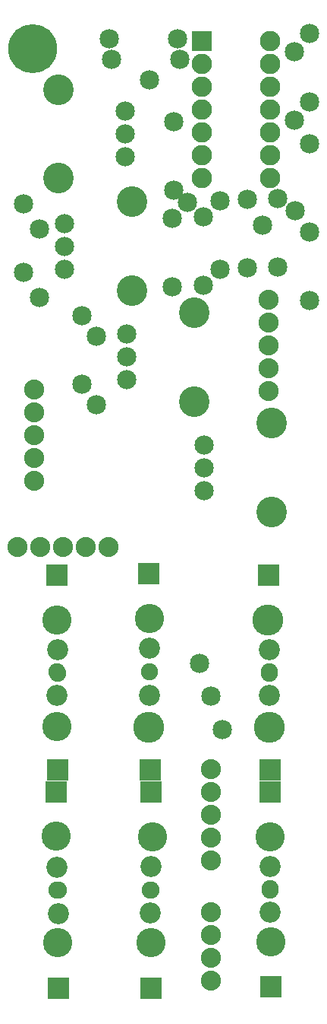
<source format=gts>
G04 MADE WITH FRITZING*
G04 WWW.FRITZING.ORG*
G04 DOUBLE SIDED*
G04 HOLES PLATED*
G04 CONTOUR ON CENTER OF CONTOUR VECTOR*
%ASAXBY*%
%FSLAX23Y23*%
%MOIN*%
%OFA0B0*%
%SFA1.0B1.0*%
%ADD10C,0.088000*%
%ADD11C,0.092900*%
%ADD12C,0.092836*%
%ADD13C,0.075328*%
%ADD14C,0.084667*%
%ADD15C,0.084695*%
%ADD16C,0.134033*%
%ADD17C,0.135984*%
%ADD18C,0.128110*%
%ADD19C,0.089370*%
%ADD20C,0.085000*%
%ADD21C,0.214725*%
%ADD22R,0.096614X0.096614*%
%ADD23R,0.089370X0.089370*%
%LNMASK1*%
G90*
G70*
G54D10*
X144Y2819D03*
X144Y2719D03*
X144Y2619D03*
X144Y2519D03*
X144Y2419D03*
G54D11*
X648Y2012D03*
G54D12*
X651Y1684D03*
G54D13*
X651Y1582D03*
G54D11*
X244Y2005D03*
G54D12*
X246Y1678D03*
G54D13*
X246Y1575D03*
G54D14*
X550Y3062D03*
X550Y2962D03*
G54D15*
X550Y2862D03*
G54D16*
X846Y3156D03*
X846Y2767D03*
G54D14*
X891Y2577D03*
X891Y2477D03*
G54D15*
X891Y2377D03*
G54D16*
X1187Y2671D03*
X1187Y2283D03*
G54D14*
X278Y3547D03*
X278Y3447D03*
G54D15*
X278Y3347D03*
G54D16*
X573Y3641D03*
X573Y3253D03*
G54D14*
X545Y3839D03*
X545Y3939D03*
G54D15*
X545Y4039D03*
G54D16*
X249Y3745D03*
X249Y4133D03*
G54D17*
X1178Y1339D03*
X647Y1339D03*
G54D18*
X244Y1341D03*
X663Y860D03*
G54D17*
X1172Y1808D03*
G54D18*
X247Y397D03*
X650Y1814D03*
X1183Y400D03*
X244Y1808D03*
X658Y397D03*
X1181Y860D03*
X239Y861D03*
G54D11*
X241Y1054D03*
G54D12*
X243Y726D03*
G54D13*
X243Y624D03*
G54D10*
X922Y230D03*
X922Y330D03*
X922Y430D03*
X922Y530D03*
X72Y2130D03*
X172Y2130D03*
X272Y2130D03*
X372Y2130D03*
X472Y2130D03*
G54D11*
X654Y1152D03*
G54D12*
X651Y1480D03*
G54D13*
X651Y1582D03*
G54D11*
X1173Y2006D03*
G54D12*
X1176Y1678D03*
G54D13*
X1176Y1576D03*
G54D11*
X1180Y1152D03*
G54D12*
X1177Y1480D03*
G54D13*
X1177Y1582D03*
G54D11*
X1180Y1057D03*
G54D12*
X1182Y729D03*
G54D13*
X1182Y627D03*
G54D11*
X1185Y202D03*
G54D12*
X1182Y530D03*
G54D13*
X1182Y632D03*
G54D11*
X656Y1057D03*
G54D12*
X658Y730D03*
G54D13*
X658Y627D03*
G54D11*
X247Y1152D03*
G54D12*
X244Y1480D03*
G54D13*
X244Y1582D03*
G54D11*
X252Y194D03*
G54D12*
X250Y522D03*
G54D13*
X250Y624D03*
G54D19*
X880Y4344D03*
X1180Y4344D03*
X880Y4244D03*
X1180Y4244D03*
X880Y4144D03*
X1180Y4144D03*
X880Y4044D03*
X1180Y4044D03*
X880Y3944D03*
X1180Y3944D03*
X880Y3844D03*
X1180Y3844D03*
X880Y3744D03*
X1180Y3744D03*
G54D20*
X416Y3051D03*
X416Y2751D03*
X1288Y4000D03*
X1288Y4300D03*
X353Y3142D03*
X353Y2842D03*
X168Y3522D03*
X168Y3222D03*
X98Y3633D03*
X98Y3333D03*
X1353Y3508D03*
X1353Y3208D03*
X962Y3647D03*
X962Y3347D03*
X751Y3568D03*
X751Y3268D03*
X1354Y4378D03*
X1354Y4078D03*
X1213Y3354D03*
X1213Y3654D03*
X756Y3992D03*
X756Y3692D03*
X483Y4266D03*
X783Y4266D03*
X1355Y3896D03*
X1290Y3603D03*
X1080Y3652D03*
X1080Y3352D03*
X475Y4355D03*
X775Y4355D03*
X886Y3276D03*
X886Y3576D03*
G54D21*
X137Y4312D03*
G54D10*
X922Y755D03*
X922Y855D03*
X922Y955D03*
X922Y1055D03*
X922Y1155D03*
G54D11*
X658Y196D03*
G54D12*
X655Y524D03*
G54D13*
X655Y626D03*
G54D10*
X1175Y3212D03*
X1175Y3112D03*
X1175Y3012D03*
X1175Y2912D03*
X1175Y2812D03*
G54D20*
X652Y4174D03*
X869Y1619D03*
X1147Y3538D03*
X969Y1330D03*
X816Y3638D03*
X920Y1477D03*
G54D22*
X648Y2012D03*
X244Y2005D03*
X241Y1054D03*
X654Y1152D03*
X1173Y2006D03*
X1180Y1152D03*
X1180Y1057D03*
X1185Y202D03*
X656Y1057D03*
X247Y1152D03*
X252Y194D03*
G54D23*
X880Y4344D03*
G54D22*
X658Y196D03*
G04 End of Mask1*
M02*
</source>
